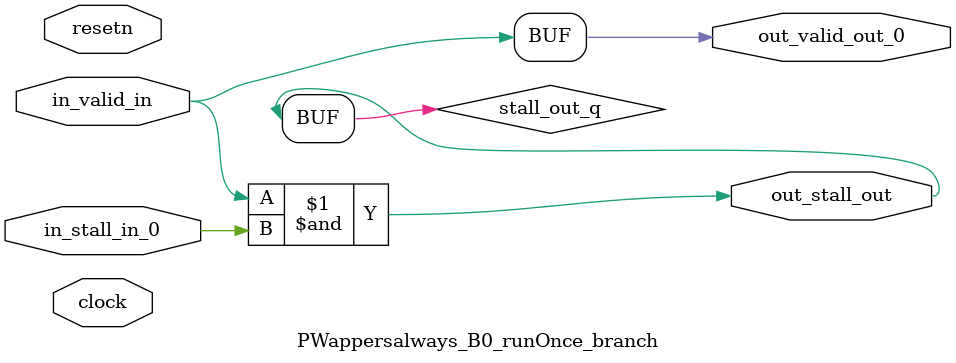
<source format=sv>



(* altera_attribute = "-name AUTO_SHIFT_REGISTER_RECOGNITION OFF; -name MESSAGE_DISABLE 10036; -name MESSAGE_DISABLE 10037; -name MESSAGE_DISABLE 14130; -name MESSAGE_DISABLE 14320; -name MESSAGE_DISABLE 15400; -name MESSAGE_DISABLE 14130; -name MESSAGE_DISABLE 10036; -name MESSAGE_DISABLE 12020; -name MESSAGE_DISABLE 12030; -name MESSAGE_DISABLE 12010; -name MESSAGE_DISABLE 12110; -name MESSAGE_DISABLE 14320; -name MESSAGE_DISABLE 13410; -name MESSAGE_DISABLE 113007; -name MESSAGE_DISABLE 10958" *)
module PWappersalways_B0_runOnce_branch (
    input wire [0:0] in_stall_in_0,
    input wire [0:0] in_valid_in,
    output wire [0:0] out_stall_out,
    output wire [0:0] out_valid_out_0,
    input wire clock,
    input wire resetn
    );

    wire [0:0] stall_out_q;


    // stall_out(LOGICAL,6)
    assign stall_out_q = in_valid_in & in_stall_in_0;

    // out_stall_out(GPOUT,4)
    assign out_stall_out = stall_out_q;

    // out_valid_out_0(GPOUT,5)
    assign out_valid_out_0 = in_valid_in;

endmodule

</source>
